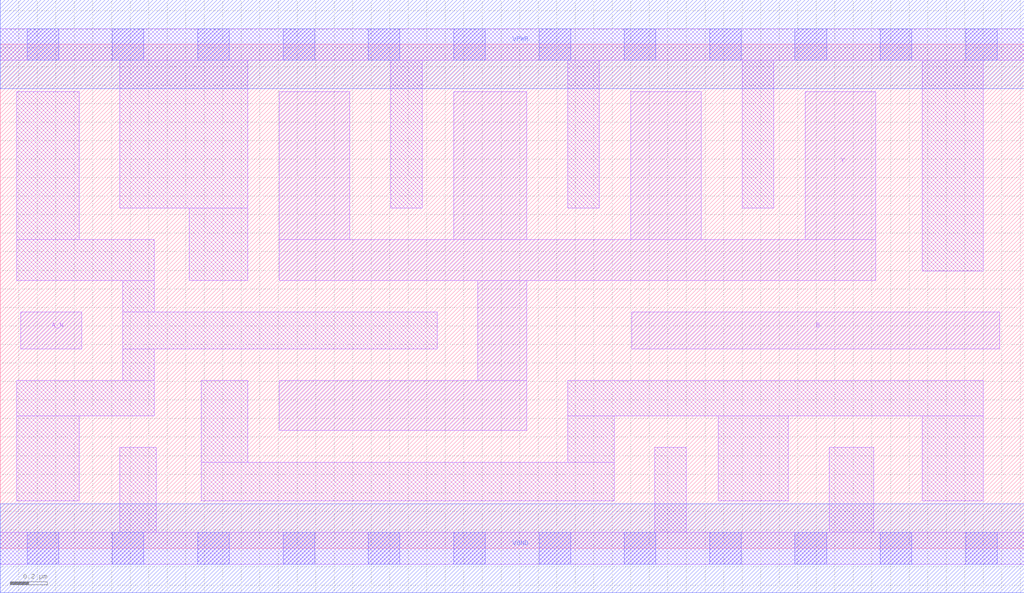
<source format=lef>
# Copyright 2020 The SkyWater PDK Authors
#
# Licensed under the Apache License, Version 2.0 (the "License");
# you may not use this file except in compliance with the License.
# You may obtain a copy of the License at
#
#     https://www.apache.org/licenses/LICENSE-2.0
#
# Unless required by applicable law or agreed to in writing, software
# distributed under the License is distributed on an "AS IS" BASIS,
# WITHOUT WARRANTIES OR CONDITIONS OF ANY KIND, either express or implied.
# See the License for the specific language governing permissions and
# limitations under the License.
#
# SPDX-License-Identifier: Apache-2.0

VERSION 5.7 ;
  NAMESCASESENSITIVE ON ;
  NOWIREEXTENSIONATPIN ON ;
  DIVIDERCHAR "/" ;
  BUSBITCHARS "[]" ;
UNITS
  DATABASE MICRONS 200 ;
END UNITS
PROPERTYDEFINITIONS
  MACRO maskLayoutSubType STRING ;
  MACRO prCellType STRING ;
  MACRO originalViewName STRING ;
END PROPERTYDEFINITIONS
MACRO sky130_fd_sc_hdll__nand2b_4
  CLASS CORE ;
  FOREIGN sky130_fd_sc_hdll__nand2b_4 ;
  ORIGIN  0.000000  0.000000 ;
  SIZE  5.520000 BY  2.720000 ;
  SYMMETRY X Y R90 ;
  SITE unithd ;
  PIN A_N
    ANTENNAGATEAREA  0.277500 ;
    DIRECTION INPUT ;
    USE SIGNAL ;
    PORT
      LAYER li1 ;
        RECT 0.110000 1.075000 0.440000 1.275000 ;
    END
  END A_N
  PIN B
    ANTENNAGATEAREA  1.110000 ;
    DIRECTION INPUT ;
    USE SIGNAL ;
    PORT
      LAYER li1 ;
        RECT 3.405000 1.075000 5.390000 1.275000 ;
    END
  END B
  PIN VGND
    ANTENNADIFFAREA  0.617500 ;
    DIRECTION INOUT ;
    USE SIGNAL ;
    PORT
      LAYER met1 ;
        RECT 0.000000 -0.240000 5.520000 0.240000 ;
    END
  END VGND
  PIN VPWR
    ANTENNADIFFAREA  1.825000 ;
    DIRECTION INOUT ;
    USE SIGNAL ;
    PORT
      LAYER met1 ;
        RECT 0.000000 2.480000 5.520000 2.960000 ;
    END
  END VPWR
  PIN Y
    ANTENNADIFFAREA  1.576000 ;
    DIRECTION OUTPUT ;
    USE SIGNAL ;
    PORT
      LAYER li1 ;
        RECT 1.505000 0.635000 2.840000 0.905000 ;
        RECT 1.505000 1.445000 4.720000 1.665000 ;
        RECT 1.505000 1.665000 1.885000 2.465000 ;
        RECT 2.445000 1.665000 2.840000 2.465000 ;
        RECT 2.575000 0.905000 2.840000 1.445000 ;
        RECT 3.400000 1.665000 3.780000 2.465000 ;
        RECT 4.340000 1.665000 4.720000 2.465000 ;
    END
  END Y
  OBS
    LAYER li1 ;
      RECT 0.000000 -0.085000 5.520000 0.085000 ;
      RECT 0.000000  2.635000 5.520000 2.805000 ;
      RECT 0.090000  0.255000 0.425000 0.715000 ;
      RECT 0.090000  0.715000 0.830000 0.905000 ;
      RECT 0.090000  1.445000 0.830000 1.665000 ;
      RECT 0.090000  1.665000 0.425000 2.465000 ;
      RECT 0.645000  0.085000 0.840000 0.545000 ;
      RECT 0.645000  1.835000 1.335000 2.635000 ;
      RECT 0.660000  0.905000 0.830000 1.075000 ;
      RECT 0.660000  1.075000 2.355000 1.275000 ;
      RECT 0.660000  1.275000 0.830000 1.445000 ;
      RECT 1.020000  1.445000 1.335000 1.835000 ;
      RECT 1.085000  0.255000 3.310000 0.465000 ;
      RECT 1.085000  0.465000 1.335000 0.905000 ;
      RECT 2.105000  1.835000 2.275000 2.635000 ;
      RECT 3.060000  0.465000 3.310000 0.715000 ;
      RECT 3.060000  0.715000 5.300000 0.905000 ;
      RECT 3.060000  1.835000 3.230000 2.635000 ;
      RECT 3.530000  0.085000 3.700000 0.545000 ;
      RECT 3.870000  0.255000 4.250000 0.715000 ;
      RECT 4.000000  1.835000 4.170000 2.635000 ;
      RECT 4.470000  0.085000 4.710000 0.545000 ;
      RECT 4.970000  0.255000 5.300000 0.715000 ;
      RECT 4.970000  1.495000 5.300000 2.635000 ;
    LAYER mcon ;
      RECT 0.145000 -0.085000 0.315000 0.085000 ;
      RECT 0.145000  2.635000 0.315000 2.805000 ;
      RECT 0.605000 -0.085000 0.775000 0.085000 ;
      RECT 0.605000  2.635000 0.775000 2.805000 ;
      RECT 1.065000 -0.085000 1.235000 0.085000 ;
      RECT 1.065000  2.635000 1.235000 2.805000 ;
      RECT 1.525000 -0.085000 1.695000 0.085000 ;
      RECT 1.525000  2.635000 1.695000 2.805000 ;
      RECT 1.985000 -0.085000 2.155000 0.085000 ;
      RECT 1.985000  2.635000 2.155000 2.805000 ;
      RECT 2.445000 -0.085000 2.615000 0.085000 ;
      RECT 2.445000  2.635000 2.615000 2.805000 ;
      RECT 2.905000 -0.085000 3.075000 0.085000 ;
      RECT 2.905000  2.635000 3.075000 2.805000 ;
      RECT 3.365000 -0.085000 3.535000 0.085000 ;
      RECT 3.365000  2.635000 3.535000 2.805000 ;
      RECT 3.825000 -0.085000 3.995000 0.085000 ;
      RECT 3.825000  2.635000 3.995000 2.805000 ;
      RECT 4.285000 -0.085000 4.455000 0.085000 ;
      RECT 4.285000  2.635000 4.455000 2.805000 ;
      RECT 4.745000 -0.085000 4.915000 0.085000 ;
      RECT 4.745000  2.635000 4.915000 2.805000 ;
      RECT 5.205000 -0.085000 5.375000 0.085000 ;
      RECT 5.205000  2.635000 5.375000 2.805000 ;
  END
  PROPERTY maskLayoutSubType "abstract" ;
  PROPERTY prCellType "standard" ;
  PROPERTY originalViewName "layout" ;
END sky130_fd_sc_hdll__nand2b_4
END LIBRARY

</source>
